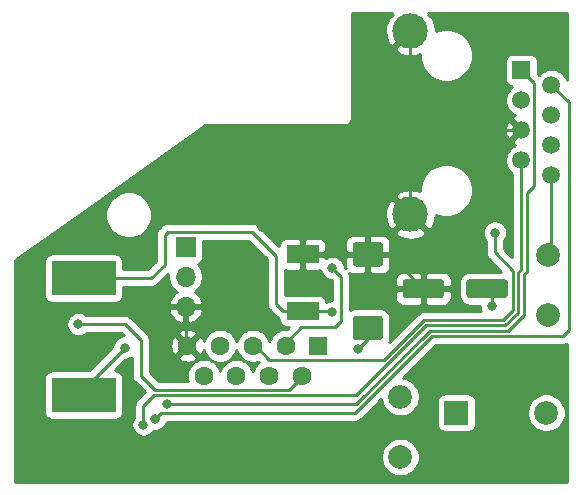
<source format=gtl>
%TF.GenerationSoftware,KiCad,Pcbnew,5.1.9*%
%TF.CreationDate,2021-02-24T23:37:06+01:00*%
%TF.ProjectId,qr_reader,71725f72-6561-4646-9572-2e6b69636164,rev?*%
%TF.SameCoordinates,Original*%
%TF.FileFunction,Copper,L1,Top*%
%TF.FilePolarity,Positive*%
%FSLAX46Y46*%
G04 Gerber Fmt 4.6, Leading zero omitted, Abs format (unit mm)*
G04 Created by KiCad (PCBNEW 5.1.9) date 2021-02-24 23:37:06*
%MOMM*%
%LPD*%
G01*
G04 APERTURE LIST*
%TA.AperFunction,SMDPad,CuDef*%
%ADD10R,5.400000X2.900000*%
%TD*%
%TA.AperFunction,ComponentPad*%
%ADD11C,1.600000*%
%TD*%
%TA.AperFunction,ComponentPad*%
%ADD12R,1.600000X1.600000*%
%TD*%
%TA.AperFunction,ComponentPad*%
%ADD13C,1.500000*%
%TD*%
%TA.AperFunction,ComponentPad*%
%ADD14C,3.000000*%
%TD*%
%TA.AperFunction,ComponentPad*%
%ADD15R,1.500000X1.500000*%
%TD*%
%TA.AperFunction,ComponentPad*%
%ADD16C,2.000000*%
%TD*%
%TA.AperFunction,SMDPad,CuDef*%
%ADD17R,2.700000X1.500000*%
%TD*%
%TA.AperFunction,ComponentPad*%
%ADD18R,1.700000X1.700000*%
%TD*%
%TA.AperFunction,ComponentPad*%
%ADD19O,1.700000X1.700000*%
%TD*%
%TA.AperFunction,ComponentPad*%
%ADD20R,2.000000X2.000000*%
%TD*%
%TA.AperFunction,ViaPad*%
%ADD21C,0.800000*%
%TD*%
%TA.AperFunction,Conductor*%
%ADD22C,0.250000*%
%TD*%
%TA.AperFunction,Conductor*%
%ADD23C,0.254000*%
%TD*%
%TA.AperFunction,Conductor*%
%ADD24C,0.100000*%
%TD*%
G04 APERTURE END LIST*
D10*
%TO.P,L1,2*%
%TO.N,Net-(C2-Pad1)*%
X122936000Y-56004000D03*
%TO.P,L1,1*%
%TO.N,Net-(D3-Pad1)*%
X122936000Y-46104000D03*
%TD*%
D11*
%TO.P,J2,9*%
%TO.N,Net-(J2-Pad9)*%
X133105000Y-54356000D03*
%TO.P,J2,8*%
%TO.N,Net-(J2-Pad8)*%
X135875000Y-54356000D03*
%TO.P,J2,7*%
%TO.N,Net-(J2-Pad7)*%
X138645000Y-54356000D03*
%TO.P,J2,6*%
%TO.N,+5V*%
X141415000Y-54356000D03*
%TO.P,J2,5*%
%TO.N,GND*%
X131720000Y-51816000D03*
%TO.P,J2,4*%
%TO.N,Net-(J2-Pad4)*%
X134490000Y-51816000D03*
%TO.P,J2,3*%
%TO.N,Net-(J1-Pad3)*%
X137260000Y-51816000D03*
%TO.P,J2,2*%
%TO.N,Net-(J1-Pad6)*%
X140030000Y-51816000D03*
D12*
%TO.P,J2,1*%
%TO.N,Net-(J2-Pad1)*%
X142800000Y-51816000D03*
%TD*%
D13*
%TO.P,J1,6*%
%TO.N,Net-(J1-Pad6)*%
X162540000Y-34850000D03*
%TO.P,J1,8*%
%TO.N,Net-(F1-Pad2)*%
X162540000Y-37390000D03*
D14*
%TO.P,J1,SH*%
%TO.N,GND*%
X150600000Y-25175000D03*
D13*
%TO.P,J1,2*%
%TO.N,Net-(J1-Pad2)*%
X162540000Y-29770000D03*
D15*
%TO.P,J1,1*%
%TO.N,Net-(J1-Pad1)*%
X160000000Y-28500000D03*
D13*
%TO.P,J1,7*%
%TO.N,Net-(J1-Pad7)*%
X160000000Y-36120000D03*
%TO.P,J1,4*%
%TO.N,GND*%
X162540000Y-32310000D03*
%TO.P,J1,5*%
X160000000Y-33580000D03*
%TO.P,J1,3*%
%TO.N,Net-(J1-Pad3)*%
X160000000Y-31040000D03*
D14*
%TO.P,J1,SH*%
%TO.N,GND*%
X150600000Y-40715000D03*
%TD*%
D16*
%TO.P,F2,2*%
%TO.N,Net-(C2-Pad1)*%
X149760000Y-56170000D03*
%TO.P,F2,1*%
%TO.N,+5V*%
X149750000Y-61250000D03*
%TD*%
%TO.P,F1,2*%
%TO.N,Net-(F1-Pad2)*%
X162260000Y-44170000D03*
%TO.P,F1,1*%
%TO.N,+12V*%
X162250000Y-49250000D03*
%TD*%
D17*
%TO.P,D3,2*%
%TO.N,GND*%
X141478000Y-44082000D03*
%TO.P,D3,1*%
%TO.N,Net-(D3-Pad1)*%
X141478000Y-48882000D03*
%TD*%
D18*
%TO.P,D1,1*%
%TO.N,Net-(D1-Pad1)*%
X131572000Y-43434000D03*
D19*
%TO.P,D1,2*%
%TO.N,Net-(D1-Pad2)*%
X131572000Y-45974000D03*
%TO.P,D1,3*%
%TO.N,GND*%
X131572000Y-48514000D03*
%TD*%
%TO.P,C2,2*%
%TO.N,GND*%
%TA.AperFunction,SMDPad,CuDef*%
G36*
G01*
X148025000Y-45125000D02*
X145975000Y-45125000D01*
G75*
G02*
X145725000Y-44875000I0J250000D01*
G01*
X145725000Y-43300000D01*
G75*
G02*
X145975000Y-43050000I250000J0D01*
G01*
X148025000Y-43050000D01*
G75*
G02*
X148275000Y-43300000I0J-250000D01*
G01*
X148275000Y-44875000D01*
G75*
G02*
X148025000Y-45125000I-250000J0D01*
G01*
G37*
%TD.AperFunction*%
%TO.P,C2,1*%
%TO.N,Net-(C2-Pad1)*%
%TA.AperFunction,SMDPad,CuDef*%
G36*
G01*
X148025000Y-51350000D02*
X145975000Y-51350000D01*
G75*
G02*
X145725000Y-51100000I0J250000D01*
G01*
X145725000Y-49525000D01*
G75*
G02*
X145975000Y-49275000I250000J0D01*
G01*
X148025000Y-49275000D01*
G75*
G02*
X148275000Y-49525000I0J-250000D01*
G01*
X148275000Y-51100000D01*
G75*
G02*
X148025000Y-51350000I-250000J0D01*
G01*
G37*
%TD.AperFunction*%
%TD*%
%TO.P,C1,2*%
%TO.N,GND*%
%TA.AperFunction,SMDPad,CuDef*%
G36*
G01*
X153450000Y-46450000D02*
X153450000Y-47550000D01*
G75*
G02*
X153200000Y-47800000I-250000J0D01*
G01*
X150200000Y-47800000D01*
G75*
G02*
X149950000Y-47550000I0J250000D01*
G01*
X149950000Y-46450000D01*
G75*
G02*
X150200000Y-46200000I250000J0D01*
G01*
X153200000Y-46200000D01*
G75*
G02*
X153450000Y-46450000I0J-250000D01*
G01*
G37*
%TD.AperFunction*%
%TO.P,C1,1*%
%TO.N,+12V*%
%TA.AperFunction,SMDPad,CuDef*%
G36*
G01*
X158850000Y-46450000D02*
X158850000Y-47550000D01*
G75*
G02*
X158600000Y-47800000I-250000J0D01*
G01*
X155600000Y-47800000D01*
G75*
G02*
X155350000Y-47550000I0J250000D01*
G01*
X155350000Y-46450000D01*
G75*
G02*
X155600000Y-46200000I250000J0D01*
G01*
X158600000Y-46200000D01*
G75*
G02*
X158850000Y-46450000I0J-250000D01*
G01*
G37*
%TD.AperFunction*%
%TD*%
D16*
%TO.P,BZ1,2*%
%TO.N,Net-(BZ1-Pad2)*%
X162100000Y-57500000D03*
D20*
%TO.P,BZ1,1*%
%TO.N,+12V*%
X154500000Y-57500000D03*
%TD*%
D21*
%TO.N,GND*%
X139000000Y-34750000D03*
X141000000Y-38000000D03*
X141000000Y-36250000D03*
X137000000Y-38000000D03*
X137000000Y-36500000D03*
X134250000Y-36500000D03*
X134250000Y-39250000D03*
X134750000Y-41000000D03*
X138000000Y-41750000D03*
X140750000Y-41750000D03*
X143750000Y-41750000D03*
X143750000Y-39000000D03*
X143750000Y-36250000D03*
X143750000Y-34000000D03*
X140750000Y-34000000D03*
X137000000Y-34000000D03*
X134250000Y-34000000D03*
%TO.N,+12V*%
X157500000Y-48500000D03*
%TO.N,Net-(C2-Pad1)*%
X146125000Y-52125000D03*
X126411000Y-51989000D03*
%TO.N,Net-(D3-Pad1)*%
X144000000Y-49000000D03*
%TO.N,+5V*%
X122500000Y-50000000D03*
%TO.N,Net-(J1-Pad6)*%
X144000000Y-45250000D03*
%TO.N,Net-(J1-Pad2)*%
X129000000Y-58000000D03*
%TO.N,Net-(J1-Pad1)*%
X130000000Y-56750000D03*
%TO.N,Net-(J1-Pad7)*%
X128000000Y-58500000D03*
%TO.N,Net-(J1-Pad3)*%
X157750000Y-42250000D03*
%TD*%
D22*
%TO.N,+12V*%
X157500000Y-47400000D02*
X157100000Y-47000000D01*
X157500000Y-48500000D02*
X157500000Y-47400000D01*
%TO.N,GND*%
X150600000Y-40715000D02*
X150600000Y-25175000D01*
X148787500Y-44087500D02*
X151700000Y-47000000D01*
X147000000Y-44087500D02*
X148787500Y-44087500D01*
X160000000Y-33580000D02*
X158420000Y-33580000D01*
X158420000Y-33580000D02*
X156000000Y-36000000D01*
X156000000Y-36000000D02*
X156000000Y-40000000D01*
X151700000Y-44300000D02*
X151700000Y-47000000D01*
X156000000Y-40000000D02*
X151700000Y-44300000D01*
X146994500Y-44082000D02*
X147000000Y-44087500D01*
X141478000Y-44082000D02*
X146994500Y-44082000D01*
X131572000Y-51668000D02*
X131720000Y-51816000D01*
X131572000Y-48514000D02*
X131572000Y-51668000D01*
%TO.N,Net-(C2-Pad1)*%
X147000000Y-51250000D02*
X146125000Y-52125000D01*
X147000000Y-50312500D02*
X147000000Y-51250000D01*
X122936000Y-55464000D02*
X126411000Y-51989000D01*
X122936000Y-56004000D02*
X122936000Y-55464000D01*
%TO.N,Net-(D3-Pad1)*%
X122936000Y-46104000D02*
X128648000Y-46104000D01*
X128648000Y-46104000D02*
X129794000Y-44958000D01*
X129794000Y-44958000D02*
X129794000Y-42418000D01*
X129794000Y-42418000D02*
X130048000Y-42164000D01*
X130048000Y-42164000D02*
X137160000Y-42164000D01*
X137160000Y-42164000D02*
X139192000Y-44196000D01*
X139192000Y-44196000D02*
X139192000Y-48260000D01*
X139814000Y-48882000D02*
X141478000Y-48882000D01*
X139192000Y-48260000D02*
X139814000Y-48882000D01*
X143882000Y-48882000D02*
X144000000Y-49000000D01*
X141478000Y-48882000D02*
X143882000Y-48882000D01*
%TO.N,Net-(F1-Pad2)*%
X162540000Y-43890000D02*
X162260000Y-44170000D01*
X162540000Y-37390000D02*
X162540000Y-43890000D01*
%TO.N,+5V*%
X141415000Y-54440000D02*
X140289999Y-55565001D01*
X140289999Y-55565001D02*
X128971001Y-55565001D01*
X128971001Y-55565001D02*
X127762000Y-54356000D01*
X127762000Y-54356000D02*
X127762000Y-51308000D01*
X126454000Y-50000000D02*
X122500000Y-50000000D01*
X127762000Y-51308000D02*
X126454000Y-50000000D01*
%TO.N,Net-(J1-Pad6)*%
X140030000Y-51600000D02*
X140240002Y-51600000D01*
X140030000Y-51600000D02*
X141380000Y-50250000D01*
X141380000Y-50250000D02*
X144250000Y-50250000D01*
X144725001Y-49774999D02*
X144725001Y-45975001D01*
X144250000Y-50250000D02*
X144725001Y-49774999D01*
X144725001Y-45975001D02*
X144000000Y-45250000D01*
X144000000Y-45250000D02*
X144000000Y-45250000D01*
%TO.N,Net-(J1-Pad2)*%
X152414998Y-51000000D02*
X145914998Y-57500000D01*
X163500000Y-51000000D02*
X152414998Y-51000000D01*
X164000000Y-50500000D02*
X163500000Y-51000000D01*
X164000000Y-31230000D02*
X164000000Y-50500000D01*
X162540000Y-29770000D02*
X164000000Y-31230000D01*
X130000000Y-57500000D02*
X129500000Y-57500000D01*
X145914998Y-57500000D02*
X130000000Y-57500000D01*
X129000000Y-58000000D02*
X129500000Y-57500000D01*
%TO.N,Net-(J1-Pad1)*%
X160500000Y-38900002D02*
X161075001Y-38325001D01*
X160184999Y-45815001D02*
X160500000Y-45500000D01*
X160184999Y-49201411D02*
X160184999Y-45815001D01*
X161075001Y-38325001D02*
X161075001Y-29575001D01*
X158836420Y-50549990D02*
X160184999Y-49201411D01*
X161075001Y-29575001D02*
X160000000Y-28500000D01*
X152228598Y-50549990D02*
X158836420Y-50549990D01*
X146028588Y-56750000D02*
X152228598Y-50549990D01*
X160500000Y-45500000D02*
X160500000Y-38900002D01*
X130000000Y-56750000D02*
X146028588Y-56750000D01*
%TO.N,Net-(J1-Pad7)*%
X128000000Y-56926998D02*
X128000000Y-58500000D01*
X128911987Y-56015011D02*
X128000000Y-56926998D01*
X151930042Y-50099980D02*
X146015011Y-56015011D01*
X158650020Y-50099980D02*
X151930042Y-50099980D01*
X146015011Y-56015011D02*
X128911987Y-56015011D01*
X159734989Y-49015011D02*
X158650020Y-50099980D01*
X159734989Y-45628601D02*
X159734989Y-49015011D01*
X160000000Y-45363590D02*
X159734989Y-45628601D01*
X160000000Y-36120000D02*
X160000000Y-45363590D01*
%TO.N,Net-(J1-Pad3)*%
X138660000Y-53000000D02*
X137260000Y-51600000D01*
X148393612Y-53000000D02*
X138660000Y-53000000D01*
X151743642Y-49649970D02*
X148393612Y-53000000D01*
X158463620Y-49649970D02*
X151743642Y-49649970D01*
X159284979Y-48828611D02*
X158463620Y-49649970D01*
X159284979Y-45465021D02*
X159284979Y-48828611D01*
X157750000Y-43930042D02*
X159284979Y-45465021D01*
X157750000Y-42250000D02*
X157750000Y-42250000D01*
X157750000Y-42250000D02*
X157750000Y-43930042D01*
%TD*%
D23*
%TO.N,GND*%
X148993653Y-23748261D02*
X149108345Y-23862953D01*
X148792786Y-24018962D01*
X148601980Y-24393745D01*
X148487956Y-24798551D01*
X148455098Y-25217824D01*
X148504666Y-25635451D01*
X148634757Y-26035383D01*
X148792786Y-26331038D01*
X149108347Y-26487048D01*
X150420395Y-25175000D01*
X150406253Y-25160858D01*
X150585858Y-24981253D01*
X150600000Y-24995395D01*
X150614143Y-24981253D01*
X150793748Y-25160858D01*
X150779605Y-25175000D01*
X150793748Y-25189143D01*
X150614143Y-25368748D01*
X150600000Y-25354605D01*
X149287952Y-26666653D01*
X149443962Y-26982214D01*
X149818745Y-27173020D01*
X150223551Y-27287044D01*
X150642824Y-27319902D01*
X151060451Y-27270334D01*
X151390000Y-27163137D01*
X151390000Y-27452591D01*
X151476851Y-27889218D01*
X151647214Y-28300511D01*
X151894544Y-28670666D01*
X152209334Y-28985456D01*
X152579489Y-29232786D01*
X152990782Y-29403149D01*
X153427409Y-29490000D01*
X153872591Y-29490000D01*
X154309218Y-29403149D01*
X154720511Y-29232786D01*
X155090666Y-28985456D01*
X155405456Y-28670666D01*
X155652786Y-28300511D01*
X155823149Y-27889218D01*
X155910000Y-27452591D01*
X155910000Y-27007409D01*
X155823149Y-26570782D01*
X155652786Y-26159489D01*
X155405456Y-25789334D01*
X155090666Y-25474544D01*
X154720511Y-25227214D01*
X154309218Y-25056851D01*
X153872591Y-24970000D01*
X153427409Y-24970000D01*
X152990782Y-25056851D01*
X152742754Y-25159588D01*
X152744902Y-25132176D01*
X152695334Y-24714549D01*
X152565243Y-24314617D01*
X152407214Y-24018962D01*
X152091655Y-23862953D01*
X152206347Y-23748261D01*
X152118086Y-23660000D01*
X163840001Y-23660000D01*
X163840000Y-24532418D01*
X163840001Y-24532428D01*
X163840001Y-29289301D01*
X163767371Y-29113957D01*
X163615799Y-28887114D01*
X163422886Y-28694201D01*
X163196043Y-28542629D01*
X162943989Y-28438225D01*
X162676411Y-28385000D01*
X162403589Y-28385000D01*
X162136011Y-28438225D01*
X161883957Y-28542629D01*
X161657114Y-28694201D01*
X161464201Y-28887114D01*
X161463286Y-28888484D01*
X161388072Y-28813270D01*
X161388072Y-27750000D01*
X161375812Y-27625518D01*
X161339502Y-27505820D01*
X161280537Y-27395506D01*
X161201185Y-27298815D01*
X161104494Y-27219463D01*
X160994180Y-27160498D01*
X160874482Y-27124188D01*
X160750000Y-27111928D01*
X159250000Y-27111928D01*
X159125518Y-27124188D01*
X159005820Y-27160498D01*
X158895506Y-27219463D01*
X158798815Y-27298815D01*
X158719463Y-27395506D01*
X158660498Y-27505820D01*
X158624188Y-27625518D01*
X158611928Y-27750000D01*
X158611928Y-29250000D01*
X158624188Y-29374482D01*
X158660498Y-29494180D01*
X158719463Y-29604494D01*
X158798815Y-29701185D01*
X158895506Y-29780537D01*
X159005820Y-29839502D01*
X159125518Y-29875812D01*
X159233483Y-29886445D01*
X159117114Y-29964201D01*
X158924201Y-30157114D01*
X158772629Y-30383957D01*
X158668225Y-30636011D01*
X158615000Y-30903589D01*
X158615000Y-31176411D01*
X158668225Y-31443989D01*
X158772629Y-31696043D01*
X158924201Y-31922886D01*
X159117114Y-32115799D01*
X159343957Y-32267371D01*
X159443279Y-32308511D01*
X159401168Y-32323723D01*
X159288137Y-32384140D01*
X159222612Y-32623007D01*
X160000000Y-33400395D01*
X160014143Y-33386253D01*
X160193748Y-33565858D01*
X160179605Y-33580000D01*
X160193748Y-33594143D01*
X160014143Y-33773748D01*
X160000000Y-33759605D01*
X159222612Y-34536993D01*
X159288137Y-34775860D01*
X159446477Y-34850164D01*
X159343957Y-34892629D01*
X159117114Y-35044201D01*
X158924201Y-35237114D01*
X158772629Y-35463957D01*
X158668225Y-35716011D01*
X158615000Y-35983589D01*
X158615000Y-36256411D01*
X158668225Y-36523989D01*
X158772629Y-36776043D01*
X158924201Y-37002886D01*
X159117114Y-37195799D01*
X159240000Y-37277909D01*
X159240001Y-44345241D01*
X158510000Y-43615241D01*
X158510000Y-42953711D01*
X158553937Y-42909774D01*
X158667205Y-42740256D01*
X158745226Y-42551898D01*
X158785000Y-42351939D01*
X158785000Y-42148061D01*
X158745226Y-41948102D01*
X158667205Y-41759744D01*
X158553937Y-41590226D01*
X158409774Y-41446063D01*
X158240256Y-41332795D01*
X158051898Y-41254774D01*
X157851939Y-41215000D01*
X157648061Y-41215000D01*
X157448102Y-41254774D01*
X157259744Y-41332795D01*
X157090226Y-41446063D01*
X156946063Y-41590226D01*
X156832795Y-41759744D01*
X156754774Y-41948102D01*
X156715000Y-42148061D01*
X156715000Y-42351939D01*
X156754774Y-42551898D01*
X156832795Y-42740256D01*
X156946063Y-42909774D01*
X156990000Y-42953711D01*
X156990001Y-43892710D01*
X156986324Y-43930042D01*
X157000998Y-44079027D01*
X157044454Y-44222288D01*
X157115026Y-44354318D01*
X157177138Y-44430001D01*
X157210000Y-44470043D01*
X157238998Y-44493841D01*
X158307084Y-45561928D01*
X155600000Y-45561928D01*
X155426746Y-45578992D01*
X155260150Y-45629528D01*
X155106614Y-45711595D01*
X154972038Y-45822038D01*
X154861595Y-45956614D01*
X154779528Y-46110150D01*
X154728992Y-46276746D01*
X154711928Y-46450000D01*
X154711928Y-47550000D01*
X154728992Y-47723254D01*
X154779528Y-47889850D01*
X154861595Y-48043386D01*
X154972038Y-48177962D01*
X155106614Y-48288405D01*
X155260150Y-48370472D01*
X155426746Y-48421008D01*
X155600000Y-48438072D01*
X156465000Y-48438072D01*
X156465000Y-48601939D01*
X156504774Y-48801898D01*
X156541255Y-48889970D01*
X151780965Y-48889970D01*
X151743642Y-48886294D01*
X151706319Y-48889970D01*
X151706309Y-48889970D01*
X151594656Y-48900967D01*
X151451395Y-48944424D01*
X151319366Y-49014996D01*
X151203641Y-49109969D01*
X151179843Y-49138967D01*
X148807017Y-51511793D01*
X148845472Y-51439850D01*
X148896008Y-51273254D01*
X148913072Y-51100000D01*
X148913072Y-49525000D01*
X148896008Y-49351746D01*
X148845472Y-49185150D01*
X148763405Y-49031614D01*
X148652962Y-48897038D01*
X148518386Y-48786595D01*
X148364850Y-48704528D01*
X148198254Y-48653992D01*
X148025000Y-48636928D01*
X145975000Y-48636928D01*
X145801746Y-48653992D01*
X145635150Y-48704528D01*
X145485001Y-48784785D01*
X145485001Y-47800000D01*
X149311928Y-47800000D01*
X149324188Y-47924482D01*
X149360498Y-48044180D01*
X149419463Y-48154494D01*
X149498815Y-48251185D01*
X149595506Y-48330537D01*
X149705820Y-48389502D01*
X149825518Y-48425812D01*
X149950000Y-48438072D01*
X151414250Y-48435000D01*
X151573000Y-48276250D01*
X151573000Y-47127000D01*
X151827000Y-47127000D01*
X151827000Y-48276250D01*
X151985750Y-48435000D01*
X153450000Y-48438072D01*
X153574482Y-48425812D01*
X153694180Y-48389502D01*
X153804494Y-48330537D01*
X153901185Y-48251185D01*
X153980537Y-48154494D01*
X154039502Y-48044180D01*
X154075812Y-47924482D01*
X154088072Y-47800000D01*
X154085000Y-47285750D01*
X153926250Y-47127000D01*
X151827000Y-47127000D01*
X151573000Y-47127000D01*
X149473750Y-47127000D01*
X149315000Y-47285750D01*
X149311928Y-47800000D01*
X145485001Y-47800000D01*
X145485001Y-46200000D01*
X149311928Y-46200000D01*
X149315000Y-46714250D01*
X149473750Y-46873000D01*
X151573000Y-46873000D01*
X151573000Y-45723750D01*
X151827000Y-45723750D01*
X151827000Y-46873000D01*
X153926250Y-46873000D01*
X154085000Y-46714250D01*
X154088072Y-46200000D01*
X154075812Y-46075518D01*
X154039502Y-45955820D01*
X153980537Y-45845506D01*
X153901185Y-45748815D01*
X153804494Y-45669463D01*
X153694180Y-45610498D01*
X153574482Y-45574188D01*
X153450000Y-45561928D01*
X151985750Y-45565000D01*
X151827000Y-45723750D01*
X151573000Y-45723750D01*
X151414250Y-45565000D01*
X149950000Y-45561928D01*
X149825518Y-45574188D01*
X149705820Y-45610498D01*
X149595506Y-45669463D01*
X149498815Y-45748815D01*
X149419463Y-45845506D01*
X149360498Y-45955820D01*
X149324188Y-46075518D01*
X149311928Y-46200000D01*
X145485001Y-46200000D01*
X145485001Y-46012323D01*
X145488677Y-45975000D01*
X145485001Y-45937677D01*
X145485001Y-45937668D01*
X145474004Y-45826015D01*
X145432312Y-45688574D01*
X145480820Y-45714502D01*
X145600518Y-45750812D01*
X145725000Y-45763072D01*
X146714250Y-45760000D01*
X146873000Y-45601250D01*
X146873000Y-44214500D01*
X147127000Y-44214500D01*
X147127000Y-45601250D01*
X147285750Y-45760000D01*
X148275000Y-45763072D01*
X148399482Y-45750812D01*
X148519180Y-45714502D01*
X148629494Y-45655537D01*
X148726185Y-45576185D01*
X148805537Y-45479494D01*
X148864502Y-45369180D01*
X148900812Y-45249482D01*
X148913072Y-45125000D01*
X148910000Y-44373250D01*
X148751250Y-44214500D01*
X147127000Y-44214500D01*
X146873000Y-44214500D01*
X145248750Y-44214500D01*
X145090000Y-44373250D01*
X145086928Y-45125000D01*
X145099188Y-45249482D01*
X145110032Y-45285230D01*
X145035000Y-45210198D01*
X145035000Y-45148061D01*
X144995226Y-44948102D01*
X144917205Y-44759744D01*
X144803937Y-44590226D01*
X144659774Y-44446063D01*
X144490256Y-44332795D01*
X144301898Y-44254774D01*
X144101939Y-44215000D01*
X143898061Y-44215000D01*
X143698102Y-44254774D01*
X143509744Y-44332795D01*
X143460769Y-44365519D01*
X143304250Y-44209000D01*
X141605000Y-44209000D01*
X141605000Y-45308250D01*
X141763750Y-45467000D01*
X142828000Y-45470072D01*
X142952482Y-45457812D01*
X142984149Y-45448206D01*
X143004774Y-45551898D01*
X143082795Y-45740256D01*
X143196063Y-45909774D01*
X143340226Y-46053937D01*
X143509744Y-46167205D01*
X143698102Y-46245226D01*
X143898061Y-46285000D01*
X143960198Y-46285000D01*
X143965002Y-46289804D01*
X143965001Y-47965000D01*
X143898061Y-47965000D01*
X143698102Y-48004774D01*
X143509744Y-48082795D01*
X143464222Y-48113212D01*
X143453812Y-48007518D01*
X143417502Y-47887820D01*
X143358537Y-47777506D01*
X143279185Y-47680815D01*
X143182494Y-47601463D01*
X143072180Y-47542498D01*
X142952482Y-47506188D01*
X142828000Y-47493928D01*
X140128000Y-47493928D01*
X140003518Y-47506188D01*
X139952000Y-47521816D01*
X139952000Y-45442184D01*
X140003518Y-45457812D01*
X140128000Y-45470072D01*
X141192250Y-45467000D01*
X141351000Y-45308250D01*
X141351000Y-44209000D01*
X141331000Y-44209000D01*
X141331000Y-43955000D01*
X141351000Y-43955000D01*
X141351000Y-42855750D01*
X141605000Y-42855750D01*
X141605000Y-43955000D01*
X143304250Y-43955000D01*
X143463000Y-43796250D01*
X143466072Y-43332000D01*
X143453812Y-43207518D01*
X143417502Y-43087820D01*
X143397287Y-43050000D01*
X145086928Y-43050000D01*
X145090000Y-43801750D01*
X145248750Y-43960500D01*
X146873000Y-43960500D01*
X146873000Y-42573750D01*
X147127000Y-42573750D01*
X147127000Y-43960500D01*
X148751250Y-43960500D01*
X148910000Y-43801750D01*
X148913072Y-43050000D01*
X148900812Y-42925518D01*
X148864502Y-42805820D01*
X148805537Y-42695506D01*
X148726185Y-42598815D01*
X148629494Y-42519463D01*
X148519180Y-42460498D01*
X148399482Y-42424188D01*
X148275000Y-42411928D01*
X147285750Y-42415000D01*
X147127000Y-42573750D01*
X146873000Y-42573750D01*
X146714250Y-42415000D01*
X145725000Y-42411928D01*
X145600518Y-42424188D01*
X145480820Y-42460498D01*
X145370506Y-42519463D01*
X145273815Y-42598815D01*
X145194463Y-42695506D01*
X145135498Y-42805820D01*
X145099188Y-42925518D01*
X145086928Y-43050000D01*
X143397287Y-43050000D01*
X143358537Y-42977506D01*
X143279185Y-42880815D01*
X143182494Y-42801463D01*
X143072180Y-42742498D01*
X142952482Y-42706188D01*
X142828000Y-42693928D01*
X141763750Y-42697000D01*
X141605000Y-42855750D01*
X141351000Y-42855750D01*
X141192250Y-42697000D01*
X140128000Y-42693928D01*
X140003518Y-42706188D01*
X139883820Y-42742498D01*
X139773506Y-42801463D01*
X139676815Y-42880815D01*
X139597463Y-42977506D01*
X139538498Y-43087820D01*
X139502188Y-43207518D01*
X139489928Y-43332000D01*
X139490508Y-43419706D01*
X138277455Y-42206653D01*
X149287952Y-42206653D01*
X149443962Y-42522214D01*
X149818745Y-42713020D01*
X150223551Y-42827044D01*
X150642824Y-42859902D01*
X151060451Y-42810334D01*
X151460383Y-42680243D01*
X151756038Y-42522214D01*
X151912048Y-42206653D01*
X150600000Y-40894605D01*
X149287952Y-42206653D01*
X138277455Y-42206653D01*
X137723804Y-41653003D01*
X137700001Y-41623999D01*
X137584276Y-41529026D01*
X137452247Y-41458454D01*
X137308986Y-41414997D01*
X137197333Y-41404000D01*
X137197322Y-41404000D01*
X137160000Y-41400324D01*
X137122678Y-41404000D01*
X130085322Y-41404000D01*
X130047999Y-41400324D01*
X130010676Y-41404000D01*
X130010667Y-41404000D01*
X129899014Y-41414997D01*
X129755753Y-41458454D01*
X129623724Y-41529026D01*
X129507999Y-41623999D01*
X129484196Y-41653003D01*
X129282998Y-41854201D01*
X129254000Y-41877999D01*
X129230202Y-41906997D01*
X129230201Y-41906998D01*
X129159026Y-41993724D01*
X129088454Y-42125754D01*
X129063915Y-42206653D01*
X129044998Y-42269014D01*
X129034001Y-42380667D01*
X129030324Y-42418000D01*
X129034001Y-42455332D01*
X129034000Y-44643198D01*
X128333199Y-45344000D01*
X126274072Y-45344000D01*
X126274072Y-44654000D01*
X126261812Y-44529518D01*
X126225502Y-44409820D01*
X126166537Y-44299506D01*
X126087185Y-44202815D01*
X125990494Y-44123463D01*
X125880180Y-44064498D01*
X125760482Y-44028188D01*
X125636000Y-44015928D01*
X120236000Y-44015928D01*
X120111518Y-44028188D01*
X119991820Y-44064498D01*
X119881506Y-44123463D01*
X119784815Y-44202815D01*
X119705463Y-44299506D01*
X119646498Y-44409820D01*
X119610188Y-44529518D01*
X119597928Y-44654000D01*
X119597928Y-47554000D01*
X119610188Y-47678482D01*
X119646498Y-47798180D01*
X119705463Y-47908494D01*
X119784815Y-48005185D01*
X119881506Y-48084537D01*
X119991820Y-48143502D01*
X120111518Y-48179812D01*
X120236000Y-48192072D01*
X125636000Y-48192072D01*
X125760482Y-48179812D01*
X125880180Y-48143502D01*
X125990494Y-48084537D01*
X126087185Y-48005185D01*
X126166537Y-47908494D01*
X126225502Y-47798180D01*
X126261812Y-47678482D01*
X126274072Y-47554000D01*
X126274072Y-46864000D01*
X128610678Y-46864000D01*
X128648000Y-46867676D01*
X128685322Y-46864000D01*
X128685333Y-46864000D01*
X128796986Y-46853003D01*
X128940247Y-46809546D01*
X129072276Y-46738974D01*
X129188001Y-46644001D01*
X129211804Y-46614998D01*
X130108836Y-45717966D01*
X130087000Y-45827740D01*
X130087000Y-46120260D01*
X130144068Y-46407158D01*
X130256010Y-46677411D01*
X130418525Y-46920632D01*
X130625368Y-47127475D01*
X130807534Y-47249195D01*
X130690645Y-47318822D01*
X130474412Y-47513731D01*
X130300359Y-47747080D01*
X130175175Y-48009901D01*
X130130524Y-48157110D01*
X130251845Y-48387000D01*
X131445000Y-48387000D01*
X131445000Y-48367000D01*
X131699000Y-48367000D01*
X131699000Y-48387000D01*
X132892155Y-48387000D01*
X133013476Y-48157110D01*
X132968825Y-48009901D01*
X132843641Y-47747080D01*
X132669588Y-47513731D01*
X132453355Y-47318822D01*
X132336466Y-47249195D01*
X132518632Y-47127475D01*
X132725475Y-46920632D01*
X132887990Y-46677411D01*
X132999932Y-46407158D01*
X133057000Y-46120260D01*
X133057000Y-45827740D01*
X132999932Y-45540842D01*
X132887990Y-45270589D01*
X132725475Y-45027368D01*
X132593620Y-44895513D01*
X132666180Y-44873502D01*
X132776494Y-44814537D01*
X132873185Y-44735185D01*
X132952537Y-44638494D01*
X133011502Y-44528180D01*
X133047812Y-44408482D01*
X133060072Y-44284000D01*
X133060072Y-42924000D01*
X136845199Y-42924000D01*
X138432000Y-44510802D01*
X138432001Y-48222668D01*
X138428324Y-48260000D01*
X138442998Y-48408985D01*
X138486454Y-48552246D01*
X138557026Y-48684276D01*
X138597025Y-48733014D01*
X138652000Y-48800001D01*
X138680998Y-48823799D01*
X139250200Y-49393002D01*
X139273999Y-49422001D01*
X139389724Y-49516974D01*
X139489928Y-49570535D01*
X139489928Y-49632000D01*
X139502188Y-49756482D01*
X139538498Y-49876180D01*
X139597463Y-49986494D01*
X139676815Y-50083185D01*
X139773506Y-50162537D01*
X139883820Y-50221502D01*
X140003518Y-50257812D01*
X140128000Y-50270072D01*
X140285126Y-50270072D01*
X140173723Y-50381475D01*
X140171335Y-50381000D01*
X139888665Y-50381000D01*
X139611426Y-50436147D01*
X139350273Y-50544320D01*
X139115241Y-50701363D01*
X138915363Y-50901241D01*
X138758320Y-51136273D01*
X138650147Y-51397426D01*
X138645000Y-51423301D01*
X138639853Y-51397426D01*
X138531680Y-51136273D01*
X138374637Y-50901241D01*
X138174759Y-50701363D01*
X137939727Y-50544320D01*
X137678574Y-50436147D01*
X137401335Y-50381000D01*
X137118665Y-50381000D01*
X136841426Y-50436147D01*
X136580273Y-50544320D01*
X136345241Y-50701363D01*
X136145363Y-50901241D01*
X135988320Y-51136273D01*
X135880147Y-51397426D01*
X135875000Y-51423301D01*
X135869853Y-51397426D01*
X135761680Y-51136273D01*
X135604637Y-50901241D01*
X135404759Y-50701363D01*
X135169727Y-50544320D01*
X134908574Y-50436147D01*
X134631335Y-50381000D01*
X134348665Y-50381000D01*
X134071426Y-50436147D01*
X133810273Y-50544320D01*
X133575241Y-50701363D01*
X133375363Y-50901241D01*
X133218320Y-51136273D01*
X133110147Y-51397426D01*
X133104487Y-51425882D01*
X133023603Y-51199708D01*
X132956671Y-51074486D01*
X132712702Y-51002903D01*
X131899605Y-51816000D01*
X132712702Y-52629097D01*
X132956671Y-52557514D01*
X133077571Y-52302004D01*
X133103212Y-52199711D01*
X133110147Y-52234574D01*
X133218320Y-52495727D01*
X133375363Y-52730759D01*
X133575241Y-52930637D01*
X133810273Y-53087680D01*
X134071426Y-53195853D01*
X134348665Y-53251000D01*
X134631335Y-53251000D01*
X134908574Y-53195853D01*
X135169727Y-53087680D01*
X135404759Y-52930637D01*
X135604637Y-52730759D01*
X135761680Y-52495727D01*
X135869853Y-52234574D01*
X135875000Y-52208699D01*
X135880147Y-52234574D01*
X135988320Y-52495727D01*
X136145363Y-52730759D01*
X136345241Y-52930637D01*
X136580273Y-53087680D01*
X136841426Y-53195853D01*
X137118665Y-53251000D01*
X137401335Y-53251000D01*
X137678574Y-53195853D01*
X137751036Y-53165838D01*
X137787981Y-53202783D01*
X137730241Y-53241363D01*
X137530363Y-53441241D01*
X137373320Y-53676273D01*
X137265147Y-53937426D01*
X137260000Y-53963301D01*
X137254853Y-53937426D01*
X137146680Y-53676273D01*
X136989637Y-53441241D01*
X136789759Y-53241363D01*
X136554727Y-53084320D01*
X136293574Y-52976147D01*
X136016335Y-52921000D01*
X135733665Y-52921000D01*
X135456426Y-52976147D01*
X135195273Y-53084320D01*
X134960241Y-53241363D01*
X134760363Y-53441241D01*
X134603320Y-53676273D01*
X134495147Y-53937426D01*
X134490000Y-53963301D01*
X134484853Y-53937426D01*
X134376680Y-53676273D01*
X134219637Y-53441241D01*
X134019759Y-53241363D01*
X133784727Y-53084320D01*
X133523574Y-52976147D01*
X133246335Y-52921000D01*
X132963665Y-52921000D01*
X132686426Y-52976147D01*
X132425273Y-53084320D01*
X132190241Y-53241363D01*
X131990363Y-53441241D01*
X131833320Y-53676273D01*
X131725147Y-53937426D01*
X131670000Y-54214665D01*
X131670000Y-54497335D01*
X131725147Y-54774574D01*
X131737750Y-54805001D01*
X129285803Y-54805001D01*
X128522000Y-54041199D01*
X128522000Y-52808702D01*
X130906903Y-52808702D01*
X130978486Y-53052671D01*
X131233996Y-53173571D01*
X131508184Y-53242300D01*
X131790512Y-53256217D01*
X132070130Y-53214787D01*
X132336292Y-53119603D01*
X132461514Y-53052671D01*
X132533097Y-52808702D01*
X131720000Y-51995605D01*
X130906903Y-52808702D01*
X128522000Y-52808702D01*
X128522000Y-51886512D01*
X130279783Y-51886512D01*
X130321213Y-52166130D01*
X130416397Y-52432292D01*
X130483329Y-52557514D01*
X130727298Y-52629097D01*
X131540395Y-51816000D01*
X130727298Y-51002903D01*
X130483329Y-51074486D01*
X130362429Y-51329996D01*
X130293700Y-51604184D01*
X130279783Y-51886512D01*
X128522000Y-51886512D01*
X128522000Y-51345322D01*
X128525676Y-51307999D01*
X128522000Y-51270676D01*
X128522000Y-51270667D01*
X128511003Y-51159014D01*
X128467546Y-51015753D01*
X128396974Y-50883724D01*
X128347384Y-50823298D01*
X130906903Y-50823298D01*
X131720000Y-51636395D01*
X132533097Y-50823298D01*
X132461514Y-50579329D01*
X132206004Y-50458429D01*
X131931816Y-50389700D01*
X131649488Y-50375783D01*
X131369870Y-50417213D01*
X131103708Y-50512397D01*
X130978486Y-50579329D01*
X130906903Y-50823298D01*
X128347384Y-50823298D01*
X128302001Y-50767999D01*
X128273003Y-50744201D01*
X127017804Y-49489003D01*
X126994001Y-49459999D01*
X126878276Y-49365026D01*
X126746247Y-49294454D01*
X126602986Y-49250997D01*
X126491333Y-49240000D01*
X126491322Y-49240000D01*
X126454000Y-49236324D01*
X126416678Y-49240000D01*
X123203711Y-49240000D01*
X123159774Y-49196063D01*
X122990256Y-49082795D01*
X122801898Y-49004774D01*
X122601939Y-48965000D01*
X122398061Y-48965000D01*
X122198102Y-49004774D01*
X122009744Y-49082795D01*
X121840226Y-49196063D01*
X121696063Y-49340226D01*
X121582795Y-49509744D01*
X121504774Y-49698102D01*
X121465000Y-49898061D01*
X121465000Y-50101939D01*
X121504774Y-50301898D01*
X121582795Y-50490256D01*
X121696063Y-50659774D01*
X121840226Y-50803937D01*
X122009744Y-50917205D01*
X122198102Y-50995226D01*
X122398061Y-51035000D01*
X122601939Y-51035000D01*
X122801898Y-50995226D01*
X122990256Y-50917205D01*
X123159774Y-50803937D01*
X123203711Y-50760000D01*
X126139199Y-50760000D01*
X126333199Y-50954000D01*
X126309061Y-50954000D01*
X126109102Y-50993774D01*
X125920744Y-51071795D01*
X125751226Y-51185063D01*
X125607063Y-51329226D01*
X125493795Y-51498744D01*
X125415774Y-51687102D01*
X125376000Y-51887061D01*
X125376000Y-51949198D01*
X123409271Y-53915928D01*
X120236000Y-53915928D01*
X120111518Y-53928188D01*
X119991820Y-53964498D01*
X119881506Y-54023463D01*
X119784815Y-54102815D01*
X119705463Y-54199506D01*
X119646498Y-54309820D01*
X119610188Y-54429518D01*
X119597928Y-54554000D01*
X119597928Y-57454000D01*
X119610188Y-57578482D01*
X119646498Y-57698180D01*
X119705463Y-57808494D01*
X119784815Y-57905185D01*
X119881506Y-57984537D01*
X119991820Y-58043502D01*
X120111518Y-58079812D01*
X120236000Y-58092072D01*
X125636000Y-58092072D01*
X125760482Y-58079812D01*
X125880180Y-58043502D01*
X125990494Y-57984537D01*
X126087185Y-57905185D01*
X126166537Y-57808494D01*
X126225502Y-57698180D01*
X126261812Y-57578482D01*
X126274072Y-57454000D01*
X126274072Y-54554000D01*
X126261812Y-54429518D01*
X126225502Y-54309820D01*
X126166537Y-54199506D01*
X126087185Y-54102815D01*
X125990494Y-54023463D01*
X125880180Y-53964498D01*
X125760482Y-53928188D01*
X125636000Y-53915928D01*
X125558874Y-53915928D01*
X126450802Y-53024000D01*
X126512939Y-53024000D01*
X126712898Y-52984226D01*
X126901256Y-52906205D01*
X127002000Y-52838890D01*
X127002000Y-54318677D01*
X126998324Y-54356000D01*
X127002000Y-54393322D01*
X127002000Y-54393332D01*
X127012997Y-54504985D01*
X127056454Y-54648246D01*
X127127026Y-54780276D01*
X127147318Y-54805001D01*
X127221999Y-54896001D01*
X127251003Y-54919804D01*
X128091697Y-55760499D01*
X127489002Y-56363195D01*
X127459999Y-56386997D01*
X127409852Y-56448102D01*
X127365026Y-56502722D01*
X127312487Y-56601015D01*
X127294454Y-56634752D01*
X127250997Y-56778013D01*
X127240000Y-56889666D01*
X127240000Y-56889676D01*
X127236324Y-56926998D01*
X127240000Y-56964321D01*
X127240001Y-57796288D01*
X127196063Y-57840226D01*
X127082795Y-58009744D01*
X127004774Y-58198102D01*
X126965000Y-58398061D01*
X126965000Y-58601939D01*
X127004774Y-58801898D01*
X127082795Y-58990256D01*
X127196063Y-59159774D01*
X127340226Y-59303937D01*
X127509744Y-59417205D01*
X127698102Y-59495226D01*
X127898061Y-59535000D01*
X128101939Y-59535000D01*
X128301898Y-59495226D01*
X128490256Y-59417205D01*
X128659774Y-59303937D01*
X128803937Y-59159774D01*
X128888570Y-59033112D01*
X128898061Y-59035000D01*
X129101939Y-59035000D01*
X129301898Y-58995226D01*
X129490256Y-58917205D01*
X129659774Y-58803937D01*
X129803937Y-58659774D01*
X129917205Y-58490256D01*
X129995226Y-58301898D01*
X130003560Y-58260000D01*
X145877676Y-58260000D01*
X145914998Y-58263676D01*
X145952320Y-58260000D01*
X145952331Y-58260000D01*
X146063984Y-58249003D01*
X146207245Y-58205546D01*
X146339274Y-58134974D01*
X146454999Y-58040001D01*
X146478802Y-58010997D01*
X148130602Y-56359197D01*
X148187832Y-56646912D01*
X148311082Y-56944463D01*
X148490013Y-57212252D01*
X148717748Y-57439987D01*
X148985537Y-57618918D01*
X149283088Y-57742168D01*
X149598967Y-57805000D01*
X149921033Y-57805000D01*
X150236912Y-57742168D01*
X150534463Y-57618918D01*
X150802252Y-57439987D01*
X151029987Y-57212252D01*
X151208918Y-56944463D01*
X151332168Y-56646912D01*
X151361390Y-56500000D01*
X152861928Y-56500000D01*
X152861928Y-58500000D01*
X152874188Y-58624482D01*
X152910498Y-58744180D01*
X152969463Y-58854494D01*
X153048815Y-58951185D01*
X153145506Y-59030537D01*
X153255820Y-59089502D01*
X153375518Y-59125812D01*
X153500000Y-59138072D01*
X155500000Y-59138072D01*
X155624482Y-59125812D01*
X155744180Y-59089502D01*
X155854494Y-59030537D01*
X155951185Y-58951185D01*
X156030537Y-58854494D01*
X156089502Y-58744180D01*
X156125812Y-58624482D01*
X156138072Y-58500000D01*
X156138072Y-57338967D01*
X160465000Y-57338967D01*
X160465000Y-57661033D01*
X160527832Y-57976912D01*
X160651082Y-58274463D01*
X160830013Y-58542252D01*
X161057748Y-58769987D01*
X161325537Y-58948918D01*
X161623088Y-59072168D01*
X161938967Y-59135000D01*
X162261033Y-59135000D01*
X162576912Y-59072168D01*
X162874463Y-58948918D01*
X163142252Y-58769987D01*
X163369987Y-58542252D01*
X163548918Y-58274463D01*
X163672168Y-57976912D01*
X163735000Y-57661033D01*
X163735000Y-57338967D01*
X163672168Y-57023088D01*
X163548918Y-56725537D01*
X163369987Y-56457748D01*
X163142252Y-56230013D01*
X162874463Y-56051082D01*
X162576912Y-55927832D01*
X162261033Y-55865000D01*
X161938967Y-55865000D01*
X161623088Y-55927832D01*
X161325537Y-56051082D01*
X161057748Y-56230013D01*
X160830013Y-56457748D01*
X160651082Y-56725537D01*
X160527832Y-57023088D01*
X160465000Y-57338967D01*
X156138072Y-57338967D01*
X156138072Y-56500000D01*
X156125812Y-56375518D01*
X156089502Y-56255820D01*
X156030537Y-56145506D01*
X155951185Y-56048815D01*
X155854494Y-55969463D01*
X155744180Y-55910498D01*
X155624482Y-55874188D01*
X155500000Y-55861928D01*
X153500000Y-55861928D01*
X153375518Y-55874188D01*
X153255820Y-55910498D01*
X153145506Y-55969463D01*
X153048815Y-56048815D01*
X152969463Y-56145506D01*
X152910498Y-56255820D01*
X152874188Y-56375518D01*
X152861928Y-56500000D01*
X151361390Y-56500000D01*
X151395000Y-56331033D01*
X151395000Y-56008967D01*
X151332168Y-55693088D01*
X151208918Y-55395537D01*
X151029987Y-55127748D01*
X150802252Y-54900013D01*
X150534463Y-54721082D01*
X150236912Y-54597832D01*
X149949197Y-54540602D01*
X152729800Y-51760000D01*
X163462678Y-51760000D01*
X163500000Y-51763676D01*
X163537322Y-51760000D01*
X163537333Y-51760000D01*
X163648986Y-51749003D01*
X163792247Y-51705546D01*
X163840000Y-51680021D01*
X163840000Y-63340000D01*
X117160000Y-63340000D01*
X117160000Y-61088967D01*
X148115000Y-61088967D01*
X148115000Y-61411033D01*
X148177832Y-61726912D01*
X148301082Y-62024463D01*
X148480013Y-62292252D01*
X148707748Y-62519987D01*
X148975537Y-62698918D01*
X149273088Y-62822168D01*
X149588967Y-62885000D01*
X149911033Y-62885000D01*
X150226912Y-62822168D01*
X150524463Y-62698918D01*
X150792252Y-62519987D01*
X151019987Y-62292252D01*
X151198918Y-62024463D01*
X151322168Y-61726912D01*
X151385000Y-61411033D01*
X151385000Y-61088967D01*
X151322168Y-60773088D01*
X151198918Y-60475537D01*
X151019987Y-60207748D01*
X150792252Y-59980013D01*
X150524463Y-59801082D01*
X150226912Y-59677832D01*
X149911033Y-59615000D01*
X149588967Y-59615000D01*
X149273088Y-59677832D01*
X148975537Y-59801082D01*
X148707748Y-59980013D01*
X148480013Y-60207748D01*
X148301082Y-60475537D01*
X148177832Y-60773088D01*
X148115000Y-61088967D01*
X117160000Y-61088967D01*
X117160000Y-48870890D01*
X130130524Y-48870890D01*
X130175175Y-49018099D01*
X130300359Y-49280920D01*
X130474412Y-49514269D01*
X130690645Y-49709178D01*
X130940748Y-49858157D01*
X131215109Y-49955481D01*
X131445000Y-49834814D01*
X131445000Y-48641000D01*
X131699000Y-48641000D01*
X131699000Y-49834814D01*
X131928891Y-49955481D01*
X132203252Y-49858157D01*
X132453355Y-49709178D01*
X132669588Y-49514269D01*
X132843641Y-49280920D01*
X132968825Y-49018099D01*
X133013476Y-48870890D01*
X132892155Y-48641000D01*
X131699000Y-48641000D01*
X131445000Y-48641000D01*
X130251845Y-48641000D01*
X130130524Y-48870890D01*
X117160000Y-48870890D01*
X117160000Y-44590246D01*
X122827225Y-40554495D01*
X124765000Y-40554495D01*
X124765000Y-40945505D01*
X124841282Y-41329003D01*
X124990915Y-41690250D01*
X125208149Y-42015364D01*
X125484636Y-42291851D01*
X125809750Y-42509085D01*
X126170997Y-42658718D01*
X126554495Y-42735000D01*
X126945505Y-42735000D01*
X127329003Y-42658718D01*
X127690250Y-42509085D01*
X128015364Y-42291851D01*
X128291851Y-42015364D01*
X128509085Y-41690250D01*
X128658718Y-41329003D01*
X128735000Y-40945505D01*
X128735000Y-40757824D01*
X148455098Y-40757824D01*
X148504666Y-41175451D01*
X148634757Y-41575383D01*
X148792786Y-41871038D01*
X149108347Y-42027048D01*
X150420395Y-40715000D01*
X149108347Y-39402952D01*
X148792786Y-39558962D01*
X148601980Y-39933745D01*
X148487956Y-40338551D01*
X148455098Y-40757824D01*
X128735000Y-40757824D01*
X128735000Y-40554495D01*
X128658718Y-40170997D01*
X128509085Y-39809750D01*
X128291851Y-39484636D01*
X128030562Y-39223347D01*
X149287952Y-39223347D01*
X150600000Y-40535395D01*
X150614143Y-40521253D01*
X150793748Y-40700858D01*
X150779605Y-40715000D01*
X152091653Y-42027048D01*
X152407214Y-41871038D01*
X152598020Y-41496255D01*
X152712044Y-41091449D01*
X152740414Y-40729443D01*
X152990782Y-40833149D01*
X153427409Y-40920000D01*
X153872591Y-40920000D01*
X154309218Y-40833149D01*
X154720511Y-40662786D01*
X155090666Y-40415456D01*
X155405456Y-40100666D01*
X155652786Y-39730511D01*
X155823149Y-39319218D01*
X155910000Y-38882591D01*
X155910000Y-38437409D01*
X155823149Y-38000782D01*
X155652786Y-37589489D01*
X155405456Y-37219334D01*
X155090666Y-36904544D01*
X154720511Y-36657214D01*
X154309218Y-36486851D01*
X153872591Y-36400000D01*
X153427409Y-36400000D01*
X152990782Y-36486851D01*
X152579489Y-36657214D01*
X152209334Y-36904544D01*
X151894544Y-37219334D01*
X151647214Y-37589489D01*
X151476851Y-38000782D01*
X151390000Y-38437409D01*
X151390000Y-38721432D01*
X151381255Y-38716980D01*
X150976449Y-38602956D01*
X150557176Y-38570098D01*
X150139549Y-38619666D01*
X149739617Y-38749757D01*
X149443962Y-38907786D01*
X149287952Y-39223347D01*
X128030562Y-39223347D01*
X128015364Y-39208149D01*
X127690250Y-38990915D01*
X127329003Y-38841282D01*
X126945505Y-38765000D01*
X126554495Y-38765000D01*
X126170997Y-38841282D01*
X125809750Y-38990915D01*
X125484636Y-39208149D01*
X125208149Y-39484636D01*
X124990915Y-39809750D01*
X124841282Y-40170997D01*
X124765000Y-40554495D01*
X122827225Y-40554495D01*
X132519400Y-33652492D01*
X158610188Y-33652492D01*
X158651035Y-33922238D01*
X158743723Y-34178832D01*
X158804140Y-34291863D01*
X159043007Y-34357388D01*
X159820395Y-33580000D01*
X159043007Y-32802612D01*
X158804140Y-32868137D01*
X158688240Y-33115116D01*
X158622750Y-33379960D01*
X158610188Y-33652492D01*
X132519400Y-33652492D01*
X133210985Y-33160000D01*
X144967581Y-33160000D01*
X145000000Y-33163193D01*
X145032419Y-33160000D01*
X145129383Y-33150450D01*
X145253793Y-33112710D01*
X145368450Y-33051425D01*
X145468948Y-32968948D01*
X145551425Y-32868450D01*
X145612710Y-32753793D01*
X145650450Y-32629383D01*
X145663193Y-32500000D01*
X145660000Y-32467581D01*
X145660000Y-23660000D01*
X149081914Y-23660000D01*
X148993653Y-23748261D01*
%TA.AperFunction,Conductor*%
D24*
G36*
X148993653Y-23748261D02*
G01*
X149108345Y-23862953D01*
X148792786Y-24018962D01*
X148601980Y-24393745D01*
X148487956Y-24798551D01*
X148455098Y-25217824D01*
X148504666Y-25635451D01*
X148634757Y-26035383D01*
X148792786Y-26331038D01*
X149108347Y-26487048D01*
X150420395Y-25175000D01*
X150406253Y-25160858D01*
X150585858Y-24981253D01*
X150600000Y-24995395D01*
X150614143Y-24981253D01*
X150793748Y-25160858D01*
X150779605Y-25175000D01*
X150793748Y-25189143D01*
X150614143Y-25368748D01*
X150600000Y-25354605D01*
X149287952Y-26666653D01*
X149443962Y-26982214D01*
X149818745Y-27173020D01*
X150223551Y-27287044D01*
X150642824Y-27319902D01*
X151060451Y-27270334D01*
X151390000Y-27163137D01*
X151390000Y-27452591D01*
X151476851Y-27889218D01*
X151647214Y-28300511D01*
X151894544Y-28670666D01*
X152209334Y-28985456D01*
X152579489Y-29232786D01*
X152990782Y-29403149D01*
X153427409Y-29490000D01*
X153872591Y-29490000D01*
X154309218Y-29403149D01*
X154720511Y-29232786D01*
X155090666Y-28985456D01*
X155405456Y-28670666D01*
X155652786Y-28300511D01*
X155823149Y-27889218D01*
X155910000Y-27452591D01*
X155910000Y-27007409D01*
X155823149Y-26570782D01*
X155652786Y-26159489D01*
X155405456Y-25789334D01*
X155090666Y-25474544D01*
X154720511Y-25227214D01*
X154309218Y-25056851D01*
X153872591Y-24970000D01*
X153427409Y-24970000D01*
X152990782Y-25056851D01*
X152742754Y-25159588D01*
X152744902Y-25132176D01*
X152695334Y-24714549D01*
X152565243Y-24314617D01*
X152407214Y-24018962D01*
X152091655Y-23862953D01*
X152206347Y-23748261D01*
X152118086Y-23660000D01*
X163840001Y-23660000D01*
X163840000Y-24532418D01*
X163840001Y-24532428D01*
X163840001Y-29289301D01*
X163767371Y-29113957D01*
X163615799Y-28887114D01*
X163422886Y-28694201D01*
X163196043Y-28542629D01*
X162943989Y-28438225D01*
X162676411Y-28385000D01*
X162403589Y-28385000D01*
X162136011Y-28438225D01*
X161883957Y-28542629D01*
X161657114Y-28694201D01*
X161464201Y-28887114D01*
X161463286Y-28888484D01*
X161388072Y-28813270D01*
X161388072Y-27750000D01*
X161375812Y-27625518D01*
X161339502Y-27505820D01*
X161280537Y-27395506D01*
X161201185Y-27298815D01*
X161104494Y-27219463D01*
X160994180Y-27160498D01*
X160874482Y-27124188D01*
X160750000Y-27111928D01*
X159250000Y-27111928D01*
X159125518Y-27124188D01*
X159005820Y-27160498D01*
X158895506Y-27219463D01*
X158798815Y-27298815D01*
X158719463Y-27395506D01*
X158660498Y-27505820D01*
X158624188Y-27625518D01*
X158611928Y-27750000D01*
X158611928Y-29250000D01*
X158624188Y-29374482D01*
X158660498Y-29494180D01*
X158719463Y-29604494D01*
X158798815Y-29701185D01*
X158895506Y-29780537D01*
X159005820Y-29839502D01*
X159125518Y-29875812D01*
X159233483Y-29886445D01*
X159117114Y-29964201D01*
X158924201Y-30157114D01*
X158772629Y-30383957D01*
X158668225Y-30636011D01*
X158615000Y-30903589D01*
X158615000Y-31176411D01*
X158668225Y-31443989D01*
X158772629Y-31696043D01*
X158924201Y-31922886D01*
X159117114Y-32115799D01*
X159343957Y-32267371D01*
X159443279Y-32308511D01*
X159401168Y-32323723D01*
X159288137Y-32384140D01*
X159222612Y-32623007D01*
X160000000Y-33400395D01*
X160014143Y-33386253D01*
X160193748Y-33565858D01*
X160179605Y-33580000D01*
X160193748Y-33594143D01*
X160014143Y-33773748D01*
X160000000Y-33759605D01*
X159222612Y-34536993D01*
X159288137Y-34775860D01*
X159446477Y-34850164D01*
X159343957Y-34892629D01*
X159117114Y-35044201D01*
X158924201Y-35237114D01*
X158772629Y-35463957D01*
X158668225Y-35716011D01*
X158615000Y-35983589D01*
X158615000Y-36256411D01*
X158668225Y-36523989D01*
X158772629Y-36776043D01*
X158924201Y-37002886D01*
X159117114Y-37195799D01*
X159240000Y-37277909D01*
X159240001Y-44345241D01*
X158510000Y-43615241D01*
X158510000Y-42953711D01*
X158553937Y-42909774D01*
X158667205Y-42740256D01*
X158745226Y-42551898D01*
X158785000Y-42351939D01*
X158785000Y-42148061D01*
X158745226Y-41948102D01*
X158667205Y-41759744D01*
X158553937Y-41590226D01*
X158409774Y-41446063D01*
X158240256Y-41332795D01*
X158051898Y-41254774D01*
X157851939Y-41215000D01*
X157648061Y-41215000D01*
X157448102Y-41254774D01*
X157259744Y-41332795D01*
X157090226Y-41446063D01*
X156946063Y-41590226D01*
X156832795Y-41759744D01*
X156754774Y-41948102D01*
X156715000Y-42148061D01*
X156715000Y-42351939D01*
X156754774Y-42551898D01*
X156832795Y-42740256D01*
X156946063Y-42909774D01*
X156990000Y-42953711D01*
X156990001Y-43892710D01*
X156986324Y-43930042D01*
X157000998Y-44079027D01*
X157044454Y-44222288D01*
X157115026Y-44354318D01*
X157177138Y-44430001D01*
X157210000Y-44470043D01*
X157238998Y-44493841D01*
X158307084Y-45561928D01*
X155600000Y-45561928D01*
X155426746Y-45578992D01*
X155260150Y-45629528D01*
X155106614Y-45711595D01*
X154972038Y-45822038D01*
X154861595Y-45956614D01*
X154779528Y-46110150D01*
X154728992Y-46276746D01*
X154711928Y-46450000D01*
X154711928Y-47550000D01*
X154728992Y-47723254D01*
X154779528Y-47889850D01*
X154861595Y-48043386D01*
X154972038Y-48177962D01*
X155106614Y-48288405D01*
X155260150Y-48370472D01*
X155426746Y-48421008D01*
X155600000Y-48438072D01*
X156465000Y-48438072D01*
X156465000Y-48601939D01*
X156504774Y-48801898D01*
X156541255Y-48889970D01*
X151780965Y-48889970D01*
X151743642Y-48886294D01*
X151706319Y-48889970D01*
X151706309Y-48889970D01*
X151594656Y-48900967D01*
X151451395Y-48944424D01*
X151319366Y-49014996D01*
X151203641Y-49109969D01*
X151179843Y-49138967D01*
X148807017Y-51511793D01*
X148845472Y-51439850D01*
X148896008Y-51273254D01*
X148913072Y-51100000D01*
X148913072Y-49525000D01*
X148896008Y-49351746D01*
X148845472Y-49185150D01*
X148763405Y-49031614D01*
X148652962Y-48897038D01*
X148518386Y-48786595D01*
X148364850Y-48704528D01*
X148198254Y-48653992D01*
X148025000Y-48636928D01*
X145975000Y-48636928D01*
X145801746Y-48653992D01*
X145635150Y-48704528D01*
X145485001Y-48784785D01*
X145485001Y-47800000D01*
X149311928Y-47800000D01*
X149324188Y-47924482D01*
X149360498Y-48044180D01*
X149419463Y-48154494D01*
X149498815Y-48251185D01*
X149595506Y-48330537D01*
X149705820Y-48389502D01*
X149825518Y-48425812D01*
X149950000Y-48438072D01*
X151414250Y-48435000D01*
X151573000Y-48276250D01*
X151573000Y-47127000D01*
X151827000Y-47127000D01*
X151827000Y-48276250D01*
X151985750Y-48435000D01*
X153450000Y-48438072D01*
X153574482Y-48425812D01*
X153694180Y-48389502D01*
X153804494Y-48330537D01*
X153901185Y-48251185D01*
X153980537Y-48154494D01*
X154039502Y-48044180D01*
X154075812Y-47924482D01*
X154088072Y-47800000D01*
X154085000Y-47285750D01*
X153926250Y-47127000D01*
X151827000Y-47127000D01*
X151573000Y-47127000D01*
X149473750Y-47127000D01*
X149315000Y-47285750D01*
X149311928Y-47800000D01*
X145485001Y-47800000D01*
X145485001Y-46200000D01*
X149311928Y-46200000D01*
X149315000Y-46714250D01*
X149473750Y-46873000D01*
X151573000Y-46873000D01*
X151573000Y-45723750D01*
X151827000Y-45723750D01*
X151827000Y-46873000D01*
X153926250Y-46873000D01*
X154085000Y-46714250D01*
X154088072Y-46200000D01*
X154075812Y-46075518D01*
X154039502Y-45955820D01*
X153980537Y-45845506D01*
X153901185Y-45748815D01*
X153804494Y-45669463D01*
X153694180Y-45610498D01*
X153574482Y-45574188D01*
X153450000Y-45561928D01*
X151985750Y-45565000D01*
X151827000Y-45723750D01*
X151573000Y-45723750D01*
X151414250Y-45565000D01*
X149950000Y-45561928D01*
X149825518Y-45574188D01*
X149705820Y-45610498D01*
X149595506Y-45669463D01*
X149498815Y-45748815D01*
X149419463Y-45845506D01*
X149360498Y-45955820D01*
X149324188Y-46075518D01*
X149311928Y-46200000D01*
X145485001Y-46200000D01*
X145485001Y-46012323D01*
X145488677Y-45975000D01*
X145485001Y-45937677D01*
X145485001Y-45937668D01*
X145474004Y-45826015D01*
X145432312Y-45688574D01*
X145480820Y-45714502D01*
X145600518Y-45750812D01*
X145725000Y-45763072D01*
X146714250Y-45760000D01*
X146873000Y-45601250D01*
X146873000Y-44214500D01*
X147127000Y-44214500D01*
X147127000Y-45601250D01*
X147285750Y-45760000D01*
X148275000Y-45763072D01*
X148399482Y-45750812D01*
X148519180Y-45714502D01*
X148629494Y-45655537D01*
X148726185Y-45576185D01*
X148805537Y-45479494D01*
X148864502Y-45369180D01*
X148900812Y-45249482D01*
X148913072Y-45125000D01*
X148910000Y-44373250D01*
X148751250Y-44214500D01*
X147127000Y-44214500D01*
X146873000Y-44214500D01*
X145248750Y-44214500D01*
X145090000Y-44373250D01*
X145086928Y-45125000D01*
X145099188Y-45249482D01*
X145110032Y-45285230D01*
X145035000Y-45210198D01*
X145035000Y-45148061D01*
X144995226Y-44948102D01*
X144917205Y-44759744D01*
X144803937Y-44590226D01*
X144659774Y-44446063D01*
X144490256Y-44332795D01*
X144301898Y-44254774D01*
X144101939Y-44215000D01*
X143898061Y-44215000D01*
X143698102Y-44254774D01*
X143509744Y-44332795D01*
X143460769Y-44365519D01*
X143304250Y-44209000D01*
X141605000Y-44209000D01*
X141605000Y-45308250D01*
X141763750Y-45467000D01*
X142828000Y-45470072D01*
X142952482Y-45457812D01*
X142984149Y-45448206D01*
X143004774Y-45551898D01*
X143082795Y-45740256D01*
X143196063Y-45909774D01*
X143340226Y-46053937D01*
X143509744Y-46167205D01*
X143698102Y-46245226D01*
X143898061Y-46285000D01*
X143960198Y-46285000D01*
X143965002Y-46289804D01*
X143965001Y-47965000D01*
X143898061Y-47965000D01*
X143698102Y-48004774D01*
X143509744Y-48082795D01*
X143464222Y-48113212D01*
X143453812Y-48007518D01*
X143417502Y-47887820D01*
X143358537Y-47777506D01*
X143279185Y-47680815D01*
X143182494Y-47601463D01*
X143072180Y-47542498D01*
X142952482Y-47506188D01*
X142828000Y-47493928D01*
X140128000Y-47493928D01*
X140003518Y-47506188D01*
X139952000Y-47521816D01*
X139952000Y-45442184D01*
X140003518Y-45457812D01*
X140128000Y-45470072D01*
X141192250Y-45467000D01*
X141351000Y-45308250D01*
X141351000Y-44209000D01*
X141331000Y-44209000D01*
X141331000Y-43955000D01*
X141351000Y-43955000D01*
X141351000Y-42855750D01*
X141605000Y-42855750D01*
X141605000Y-43955000D01*
X143304250Y-43955000D01*
X143463000Y-43796250D01*
X143466072Y-43332000D01*
X143453812Y-43207518D01*
X143417502Y-43087820D01*
X143397287Y-43050000D01*
X145086928Y-43050000D01*
X145090000Y-43801750D01*
X145248750Y-43960500D01*
X146873000Y-43960500D01*
X146873000Y-42573750D01*
X147127000Y-42573750D01*
X147127000Y-43960500D01*
X148751250Y-43960500D01*
X148910000Y-43801750D01*
X148913072Y-43050000D01*
X148900812Y-42925518D01*
X148864502Y-42805820D01*
X148805537Y-42695506D01*
X148726185Y-42598815D01*
X148629494Y-42519463D01*
X148519180Y-42460498D01*
X148399482Y-42424188D01*
X148275000Y-42411928D01*
X147285750Y-42415000D01*
X147127000Y-42573750D01*
X146873000Y-42573750D01*
X146714250Y-42415000D01*
X145725000Y-42411928D01*
X145600518Y-42424188D01*
X145480820Y-42460498D01*
X145370506Y-42519463D01*
X145273815Y-42598815D01*
X145194463Y-42695506D01*
X145135498Y-42805820D01*
X145099188Y-42925518D01*
X145086928Y-43050000D01*
X143397287Y-43050000D01*
X143358537Y-42977506D01*
X143279185Y-42880815D01*
X143182494Y-42801463D01*
X143072180Y-42742498D01*
X142952482Y-42706188D01*
X142828000Y-42693928D01*
X141763750Y-42697000D01*
X141605000Y-42855750D01*
X141351000Y-42855750D01*
X141192250Y-42697000D01*
X140128000Y-42693928D01*
X140003518Y-42706188D01*
X139883820Y-42742498D01*
X139773506Y-42801463D01*
X139676815Y-42880815D01*
X139597463Y-42977506D01*
X139538498Y-43087820D01*
X139502188Y-43207518D01*
X139489928Y-43332000D01*
X139490508Y-43419706D01*
X138277455Y-42206653D01*
X149287952Y-42206653D01*
X149443962Y-42522214D01*
X149818745Y-42713020D01*
X150223551Y-42827044D01*
X150642824Y-42859902D01*
X151060451Y-42810334D01*
X151460383Y-42680243D01*
X151756038Y-42522214D01*
X151912048Y-42206653D01*
X150600000Y-40894605D01*
X149287952Y-42206653D01*
X138277455Y-42206653D01*
X137723804Y-41653003D01*
X137700001Y-41623999D01*
X137584276Y-41529026D01*
X137452247Y-41458454D01*
X137308986Y-41414997D01*
X137197333Y-41404000D01*
X137197322Y-41404000D01*
X137160000Y-41400324D01*
X137122678Y-41404000D01*
X130085322Y-41404000D01*
X130047999Y-41400324D01*
X130010676Y-41404000D01*
X130010667Y-41404000D01*
X129899014Y-41414997D01*
X129755753Y-41458454D01*
X129623724Y-41529026D01*
X129507999Y-41623999D01*
X129484196Y-41653003D01*
X129282998Y-41854201D01*
X129254000Y-41877999D01*
X129230202Y-41906997D01*
X129230201Y-41906998D01*
X129159026Y-41993724D01*
X129088454Y-42125754D01*
X129063915Y-42206653D01*
X129044998Y-42269014D01*
X129034001Y-42380667D01*
X129030324Y-42418000D01*
X129034001Y-42455332D01*
X129034000Y-44643198D01*
X128333199Y-45344000D01*
X126274072Y-45344000D01*
X126274072Y-44654000D01*
X126261812Y-44529518D01*
X126225502Y-44409820D01*
X126166537Y-44299506D01*
X126087185Y-44202815D01*
X125990494Y-44123463D01*
X125880180Y-44064498D01*
X125760482Y-44028188D01*
X125636000Y-44015928D01*
X120236000Y-44015928D01*
X120111518Y-44028188D01*
X119991820Y-44064498D01*
X119881506Y-44123463D01*
X119784815Y-44202815D01*
X119705463Y-44299506D01*
X119646498Y-44409820D01*
X119610188Y-44529518D01*
X119597928Y-44654000D01*
X119597928Y-47554000D01*
X119610188Y-47678482D01*
X119646498Y-47798180D01*
X119705463Y-47908494D01*
X119784815Y-48005185D01*
X119881506Y-48084537D01*
X119991820Y-48143502D01*
X120111518Y-48179812D01*
X120236000Y-48192072D01*
X125636000Y-48192072D01*
X125760482Y-48179812D01*
X125880180Y-48143502D01*
X125990494Y-48084537D01*
X126087185Y-48005185D01*
X126166537Y-47908494D01*
X126225502Y-47798180D01*
X126261812Y-47678482D01*
X126274072Y-47554000D01*
X126274072Y-46864000D01*
X128610678Y-46864000D01*
X128648000Y-46867676D01*
X128685322Y-46864000D01*
X128685333Y-46864000D01*
X128796986Y-46853003D01*
X128940247Y-46809546D01*
X129072276Y-46738974D01*
X129188001Y-46644001D01*
X129211804Y-46614998D01*
X130108836Y-45717966D01*
X130087000Y-45827740D01*
X130087000Y-46120260D01*
X130144068Y-46407158D01*
X130256010Y-46677411D01*
X130418525Y-46920632D01*
X130625368Y-47127475D01*
X130807534Y-47249195D01*
X130690645Y-47318822D01*
X130474412Y-47513731D01*
X130300359Y-47747080D01*
X130175175Y-48009901D01*
X130130524Y-48157110D01*
X130251845Y-48387000D01*
X131445000Y-48387000D01*
X131445000Y-48367000D01*
X131699000Y-48367000D01*
X131699000Y-48387000D01*
X132892155Y-48387000D01*
X133013476Y-48157110D01*
X132968825Y-48009901D01*
X132843641Y-47747080D01*
X132669588Y-47513731D01*
X132453355Y-47318822D01*
X132336466Y-47249195D01*
X132518632Y-47127475D01*
X132725475Y-46920632D01*
X132887990Y-46677411D01*
X132999932Y-46407158D01*
X133057000Y-46120260D01*
X133057000Y-45827740D01*
X132999932Y-45540842D01*
X132887990Y-45270589D01*
X132725475Y-45027368D01*
X132593620Y-44895513D01*
X132666180Y-44873502D01*
X132776494Y-44814537D01*
X132873185Y-44735185D01*
X132952537Y-44638494D01*
X133011502Y-44528180D01*
X133047812Y-44408482D01*
X133060072Y-44284000D01*
X133060072Y-42924000D01*
X136845199Y-42924000D01*
X138432000Y-44510802D01*
X138432001Y-48222668D01*
X138428324Y-48260000D01*
X138442998Y-48408985D01*
X138486454Y-48552246D01*
X138557026Y-48684276D01*
X138597025Y-48733014D01*
X138652000Y-48800001D01*
X138680998Y-48823799D01*
X139250200Y-49393002D01*
X139273999Y-49422001D01*
X139389724Y-49516974D01*
X139489928Y-49570535D01*
X139489928Y-49632000D01*
X139502188Y-49756482D01*
X139538498Y-49876180D01*
X139597463Y-49986494D01*
X139676815Y-50083185D01*
X139773506Y-50162537D01*
X139883820Y-50221502D01*
X140003518Y-50257812D01*
X140128000Y-50270072D01*
X140285126Y-50270072D01*
X140173723Y-50381475D01*
X140171335Y-50381000D01*
X139888665Y-50381000D01*
X139611426Y-50436147D01*
X139350273Y-50544320D01*
X139115241Y-50701363D01*
X138915363Y-50901241D01*
X138758320Y-51136273D01*
X138650147Y-51397426D01*
X138645000Y-51423301D01*
X138639853Y-51397426D01*
X138531680Y-51136273D01*
X138374637Y-50901241D01*
X138174759Y-50701363D01*
X137939727Y-50544320D01*
X137678574Y-50436147D01*
X137401335Y-50381000D01*
X137118665Y-50381000D01*
X136841426Y-50436147D01*
X136580273Y-50544320D01*
X136345241Y-50701363D01*
X136145363Y-50901241D01*
X135988320Y-51136273D01*
X135880147Y-51397426D01*
X135875000Y-51423301D01*
X135869853Y-51397426D01*
X135761680Y-51136273D01*
X135604637Y-50901241D01*
X135404759Y-50701363D01*
X135169727Y-50544320D01*
X134908574Y-50436147D01*
X134631335Y-50381000D01*
X134348665Y-50381000D01*
X134071426Y-50436147D01*
X133810273Y-50544320D01*
X133575241Y-50701363D01*
X133375363Y-50901241D01*
X133218320Y-51136273D01*
X133110147Y-51397426D01*
X133104487Y-51425882D01*
X133023603Y-51199708D01*
X132956671Y-51074486D01*
X132712702Y-51002903D01*
X131899605Y-51816000D01*
X132712702Y-52629097D01*
X132956671Y-52557514D01*
X133077571Y-52302004D01*
X133103212Y-52199711D01*
X133110147Y-52234574D01*
X133218320Y-52495727D01*
X133375363Y-52730759D01*
X133575241Y-52930637D01*
X133810273Y-53087680D01*
X134071426Y-53195853D01*
X134348665Y-53251000D01*
X134631335Y-53251000D01*
X134908574Y-53195853D01*
X135169727Y-53087680D01*
X135404759Y-52930637D01*
X135604637Y-52730759D01*
X135761680Y-52495727D01*
X135869853Y-52234574D01*
X135875000Y-52208699D01*
X135880147Y-52234574D01*
X135988320Y-52495727D01*
X136145363Y-52730759D01*
X136345241Y-52930637D01*
X136580273Y-53087680D01*
X136841426Y-53195853D01*
X137118665Y-53251000D01*
X137401335Y-53251000D01*
X137678574Y-53195853D01*
X137751036Y-53165838D01*
X137787981Y-53202783D01*
X137730241Y-53241363D01*
X137530363Y-53441241D01*
X137373320Y-53676273D01*
X137265147Y-53937426D01*
X137260000Y-53963301D01*
X137254853Y-53937426D01*
X137146680Y-53676273D01*
X136989637Y-53441241D01*
X136789759Y-53241363D01*
X136554727Y-53084320D01*
X136293574Y-52976147D01*
X136016335Y-52921000D01*
X135733665Y-52921000D01*
X135456426Y-52976147D01*
X135195273Y-53084320D01*
X134960241Y-53241363D01*
X134760363Y-53441241D01*
X134603320Y-53676273D01*
X134495147Y-53937426D01*
X134490000Y-53963301D01*
X134484853Y-53937426D01*
X134376680Y-53676273D01*
X134219637Y-53441241D01*
X134019759Y-53241363D01*
X133784727Y-53084320D01*
X133523574Y-52976147D01*
X133246335Y-52921000D01*
X132963665Y-52921000D01*
X132686426Y-52976147D01*
X132425273Y-53084320D01*
X132190241Y-53241363D01*
X131990363Y-53441241D01*
X131833320Y-53676273D01*
X131725147Y-53937426D01*
X131670000Y-54214665D01*
X131670000Y-54497335D01*
X131725147Y-54774574D01*
X131737750Y-54805001D01*
X129285803Y-54805001D01*
X128522000Y-54041199D01*
X128522000Y-52808702D01*
X130906903Y-52808702D01*
X130978486Y-53052671D01*
X131233996Y-53173571D01*
X131508184Y-53242300D01*
X131790512Y-53256217D01*
X132070130Y-53214787D01*
X132336292Y-53119603D01*
X132461514Y-53052671D01*
X132533097Y-52808702D01*
X131720000Y-51995605D01*
X130906903Y-52808702D01*
X128522000Y-52808702D01*
X128522000Y-51886512D01*
X130279783Y-51886512D01*
X130321213Y-52166130D01*
X130416397Y-52432292D01*
X130483329Y-52557514D01*
X130727298Y-52629097D01*
X131540395Y-51816000D01*
X130727298Y-51002903D01*
X130483329Y-51074486D01*
X130362429Y-51329996D01*
X130293700Y-51604184D01*
X130279783Y-51886512D01*
X128522000Y-51886512D01*
X128522000Y-51345322D01*
X128525676Y-51307999D01*
X128522000Y-51270676D01*
X128522000Y-51270667D01*
X128511003Y-51159014D01*
X128467546Y-51015753D01*
X128396974Y-50883724D01*
X128347384Y-50823298D01*
X130906903Y-50823298D01*
X131720000Y-51636395D01*
X132533097Y-50823298D01*
X132461514Y-50579329D01*
X132206004Y-50458429D01*
X131931816Y-50389700D01*
X131649488Y-50375783D01*
X131369870Y-50417213D01*
X131103708Y-50512397D01*
X130978486Y-50579329D01*
X130906903Y-50823298D01*
X128347384Y-50823298D01*
X128302001Y-50767999D01*
X128273003Y-50744201D01*
X127017804Y-49489003D01*
X126994001Y-49459999D01*
X126878276Y-49365026D01*
X126746247Y-49294454D01*
X126602986Y-49250997D01*
X126491333Y-49240000D01*
X126491322Y-49240000D01*
X126454000Y-49236324D01*
X126416678Y-49240000D01*
X123203711Y-49240000D01*
X123159774Y-49196063D01*
X122990256Y-49082795D01*
X122801898Y-49004774D01*
X122601939Y-48965000D01*
X122398061Y-48965000D01*
X122198102Y-49004774D01*
X122009744Y-49082795D01*
X121840226Y-49196063D01*
X121696063Y-49340226D01*
X121582795Y-49509744D01*
X121504774Y-49698102D01*
X121465000Y-49898061D01*
X121465000Y-50101939D01*
X121504774Y-50301898D01*
X121582795Y-50490256D01*
X121696063Y-50659774D01*
X121840226Y-50803937D01*
X122009744Y-50917205D01*
X122198102Y-50995226D01*
X122398061Y-51035000D01*
X122601939Y-51035000D01*
X122801898Y-50995226D01*
X122990256Y-50917205D01*
X123159774Y-50803937D01*
X123203711Y-50760000D01*
X126139199Y-50760000D01*
X126333199Y-50954000D01*
X126309061Y-50954000D01*
X126109102Y-50993774D01*
X125920744Y-51071795D01*
X125751226Y-51185063D01*
X125607063Y-51329226D01*
X125493795Y-51498744D01*
X125415774Y-51687102D01*
X125376000Y-51887061D01*
X125376000Y-51949198D01*
X123409271Y-53915928D01*
X120236000Y-53915928D01*
X120111518Y-53928188D01*
X119991820Y-53964498D01*
X119881506Y-54023463D01*
X119784815Y-54102815D01*
X119705463Y-54199506D01*
X119646498Y-54309820D01*
X119610188Y-54429518D01*
X119597928Y-54554000D01*
X119597928Y-57454000D01*
X119610188Y-57578482D01*
X119646498Y-57698180D01*
X119705463Y-57808494D01*
X119784815Y-57905185D01*
X119881506Y-57984537D01*
X119991820Y-58043502D01*
X120111518Y-58079812D01*
X120236000Y-58092072D01*
X125636000Y-58092072D01*
X125760482Y-58079812D01*
X125880180Y-58043502D01*
X125990494Y-57984537D01*
X126087185Y-57905185D01*
X126166537Y-57808494D01*
X126225502Y-57698180D01*
X126261812Y-57578482D01*
X126274072Y-57454000D01*
X126274072Y-54554000D01*
X126261812Y-54429518D01*
X126225502Y-54309820D01*
X126166537Y-54199506D01*
X126087185Y-54102815D01*
X125990494Y-54023463D01*
X125880180Y-53964498D01*
X125760482Y-53928188D01*
X125636000Y-53915928D01*
X125558874Y-53915928D01*
X126450802Y-53024000D01*
X126512939Y-53024000D01*
X126712898Y-52984226D01*
X126901256Y-52906205D01*
X127002000Y-52838890D01*
X127002000Y-54318677D01*
X126998324Y-54356000D01*
X127002000Y-54393322D01*
X127002000Y-54393332D01*
X127012997Y-54504985D01*
X127056454Y-54648246D01*
X127127026Y-54780276D01*
X127147318Y-54805001D01*
X127221999Y-54896001D01*
X127251003Y-54919804D01*
X128091697Y-55760499D01*
X127489002Y-56363195D01*
X127459999Y-56386997D01*
X127409852Y-56448102D01*
X127365026Y-56502722D01*
X127312487Y-56601015D01*
X127294454Y-56634752D01*
X127250997Y-56778013D01*
X127240000Y-56889666D01*
X127240000Y-56889676D01*
X127236324Y-56926998D01*
X127240000Y-56964321D01*
X127240001Y-57796288D01*
X127196063Y-57840226D01*
X127082795Y-58009744D01*
X127004774Y-58198102D01*
X126965000Y-58398061D01*
X126965000Y-58601939D01*
X127004774Y-58801898D01*
X127082795Y-58990256D01*
X127196063Y-59159774D01*
X127340226Y-59303937D01*
X127509744Y-59417205D01*
X127698102Y-59495226D01*
X127898061Y-59535000D01*
X128101939Y-59535000D01*
X128301898Y-59495226D01*
X128490256Y-59417205D01*
X128659774Y-59303937D01*
X128803937Y-59159774D01*
X128888570Y-59033112D01*
X128898061Y-59035000D01*
X129101939Y-59035000D01*
X129301898Y-58995226D01*
X129490256Y-58917205D01*
X129659774Y-58803937D01*
X129803937Y-58659774D01*
X129917205Y-58490256D01*
X129995226Y-58301898D01*
X130003560Y-58260000D01*
X145877676Y-58260000D01*
X145914998Y-58263676D01*
X145952320Y-58260000D01*
X145952331Y-58260000D01*
X146063984Y-58249003D01*
X146207245Y-58205546D01*
X146339274Y-58134974D01*
X146454999Y-58040001D01*
X146478802Y-58010997D01*
X148130602Y-56359197D01*
X148187832Y-56646912D01*
X148311082Y-56944463D01*
X148490013Y-57212252D01*
X148717748Y-57439987D01*
X148985537Y-57618918D01*
X149283088Y-57742168D01*
X149598967Y-57805000D01*
X149921033Y-57805000D01*
X150236912Y-57742168D01*
X150534463Y-57618918D01*
X150802252Y-57439987D01*
X151029987Y-57212252D01*
X151208918Y-56944463D01*
X151332168Y-56646912D01*
X151361390Y-56500000D01*
X152861928Y-56500000D01*
X152861928Y-58500000D01*
X152874188Y-58624482D01*
X152910498Y-58744180D01*
X152969463Y-58854494D01*
X153048815Y-58951185D01*
X153145506Y-59030537D01*
X153255820Y-59089502D01*
X153375518Y-59125812D01*
X153500000Y-59138072D01*
X155500000Y-59138072D01*
X155624482Y-59125812D01*
X155744180Y-59089502D01*
X155854494Y-59030537D01*
X155951185Y-58951185D01*
X156030537Y-58854494D01*
X156089502Y-58744180D01*
X156125812Y-58624482D01*
X156138072Y-58500000D01*
X156138072Y-57338967D01*
X160465000Y-57338967D01*
X160465000Y-57661033D01*
X160527832Y-57976912D01*
X160651082Y-58274463D01*
X160830013Y-58542252D01*
X161057748Y-58769987D01*
X161325537Y-58948918D01*
X161623088Y-59072168D01*
X161938967Y-59135000D01*
X162261033Y-59135000D01*
X162576912Y-59072168D01*
X162874463Y-58948918D01*
X163142252Y-58769987D01*
X163369987Y-58542252D01*
X163548918Y-58274463D01*
X163672168Y-57976912D01*
X163735000Y-57661033D01*
X163735000Y-57338967D01*
X163672168Y-57023088D01*
X163548918Y-56725537D01*
X163369987Y-56457748D01*
X163142252Y-56230013D01*
X162874463Y-56051082D01*
X162576912Y-55927832D01*
X162261033Y-55865000D01*
X161938967Y-55865000D01*
X161623088Y-55927832D01*
X161325537Y-56051082D01*
X161057748Y-56230013D01*
X160830013Y-56457748D01*
X160651082Y-56725537D01*
X160527832Y-57023088D01*
X160465000Y-57338967D01*
X156138072Y-57338967D01*
X156138072Y-56500000D01*
X156125812Y-56375518D01*
X156089502Y-56255820D01*
X156030537Y-56145506D01*
X155951185Y-56048815D01*
X155854494Y-55969463D01*
X155744180Y-55910498D01*
X155624482Y-55874188D01*
X155500000Y-55861928D01*
X153500000Y-55861928D01*
X153375518Y-55874188D01*
X153255820Y-55910498D01*
X153145506Y-55969463D01*
X153048815Y-56048815D01*
X152969463Y-56145506D01*
X152910498Y-56255820D01*
X152874188Y-56375518D01*
X152861928Y-56500000D01*
X151361390Y-56500000D01*
X151395000Y-56331033D01*
X151395000Y-56008967D01*
X151332168Y-55693088D01*
X151208918Y-55395537D01*
X151029987Y-55127748D01*
X150802252Y-54900013D01*
X150534463Y-54721082D01*
X150236912Y-54597832D01*
X149949197Y-54540602D01*
X152729800Y-51760000D01*
X163462678Y-51760000D01*
X163500000Y-51763676D01*
X163537322Y-51760000D01*
X163537333Y-51760000D01*
X163648986Y-51749003D01*
X163792247Y-51705546D01*
X163840000Y-51680021D01*
X163840000Y-63340000D01*
X117160000Y-63340000D01*
X117160000Y-61088967D01*
X148115000Y-61088967D01*
X148115000Y-61411033D01*
X148177832Y-61726912D01*
X148301082Y-62024463D01*
X148480013Y-62292252D01*
X148707748Y-62519987D01*
X148975537Y-62698918D01*
X149273088Y-62822168D01*
X149588967Y-62885000D01*
X149911033Y-62885000D01*
X150226912Y-62822168D01*
X150524463Y-62698918D01*
X150792252Y-62519987D01*
X151019987Y-62292252D01*
X151198918Y-62024463D01*
X151322168Y-61726912D01*
X151385000Y-61411033D01*
X151385000Y-61088967D01*
X151322168Y-60773088D01*
X151198918Y-60475537D01*
X151019987Y-60207748D01*
X150792252Y-59980013D01*
X150524463Y-59801082D01*
X150226912Y-59677832D01*
X149911033Y-59615000D01*
X149588967Y-59615000D01*
X149273088Y-59677832D01*
X148975537Y-59801082D01*
X148707748Y-59980013D01*
X148480013Y-60207748D01*
X148301082Y-60475537D01*
X148177832Y-60773088D01*
X148115000Y-61088967D01*
X117160000Y-61088967D01*
X117160000Y-48870890D01*
X130130524Y-48870890D01*
X130175175Y-49018099D01*
X130300359Y-49280920D01*
X130474412Y-49514269D01*
X130690645Y-49709178D01*
X130940748Y-49858157D01*
X131215109Y-49955481D01*
X131445000Y-49834814D01*
X131445000Y-48641000D01*
X131699000Y-48641000D01*
X131699000Y-49834814D01*
X131928891Y-49955481D01*
X132203252Y-49858157D01*
X132453355Y-49709178D01*
X132669588Y-49514269D01*
X132843641Y-49280920D01*
X132968825Y-49018099D01*
X133013476Y-48870890D01*
X132892155Y-48641000D01*
X131699000Y-48641000D01*
X131445000Y-48641000D01*
X130251845Y-48641000D01*
X130130524Y-48870890D01*
X117160000Y-48870890D01*
X117160000Y-44590246D01*
X122827225Y-40554495D01*
X124765000Y-40554495D01*
X124765000Y-40945505D01*
X124841282Y-41329003D01*
X124990915Y-41690250D01*
X125208149Y-42015364D01*
X125484636Y-42291851D01*
X125809750Y-42509085D01*
X126170997Y-42658718D01*
X126554495Y-42735000D01*
X126945505Y-42735000D01*
X127329003Y-42658718D01*
X127690250Y-42509085D01*
X128015364Y-42291851D01*
X128291851Y-42015364D01*
X128509085Y-41690250D01*
X128658718Y-41329003D01*
X128735000Y-40945505D01*
X128735000Y-40757824D01*
X148455098Y-40757824D01*
X148504666Y-41175451D01*
X148634757Y-41575383D01*
X148792786Y-41871038D01*
X149108347Y-42027048D01*
X150420395Y-40715000D01*
X149108347Y-39402952D01*
X148792786Y-39558962D01*
X148601980Y-39933745D01*
X148487956Y-40338551D01*
X148455098Y-40757824D01*
X128735000Y-40757824D01*
X128735000Y-40554495D01*
X128658718Y-40170997D01*
X128509085Y-39809750D01*
X128291851Y-39484636D01*
X128030562Y-39223347D01*
X149287952Y-39223347D01*
X150600000Y-40535395D01*
X150614143Y-40521253D01*
X150793748Y-40700858D01*
X150779605Y-40715000D01*
X152091653Y-42027048D01*
X152407214Y-41871038D01*
X152598020Y-41496255D01*
X152712044Y-41091449D01*
X152740414Y-40729443D01*
X152990782Y-40833149D01*
X153427409Y-40920000D01*
X153872591Y-40920000D01*
X154309218Y-40833149D01*
X154720511Y-40662786D01*
X155090666Y-40415456D01*
X155405456Y-40100666D01*
X155652786Y-39730511D01*
X155823149Y-39319218D01*
X155910000Y-38882591D01*
X155910000Y-38437409D01*
X155823149Y-38000782D01*
X155652786Y-37589489D01*
X155405456Y-37219334D01*
X155090666Y-36904544D01*
X154720511Y-36657214D01*
X154309218Y-36486851D01*
X153872591Y-36400000D01*
X153427409Y-36400000D01*
X152990782Y-36486851D01*
X152579489Y-36657214D01*
X152209334Y-36904544D01*
X151894544Y-37219334D01*
X151647214Y-37589489D01*
X151476851Y-38000782D01*
X151390000Y-38437409D01*
X151390000Y-38721432D01*
X151381255Y-38716980D01*
X150976449Y-38602956D01*
X150557176Y-38570098D01*
X150139549Y-38619666D01*
X149739617Y-38749757D01*
X149443962Y-38907786D01*
X149287952Y-39223347D01*
X128030562Y-39223347D01*
X128015364Y-39208149D01*
X127690250Y-38990915D01*
X127329003Y-38841282D01*
X126945505Y-38765000D01*
X126554495Y-38765000D01*
X126170997Y-38841282D01*
X125809750Y-38990915D01*
X125484636Y-39208149D01*
X125208149Y-39484636D01*
X124990915Y-39809750D01*
X124841282Y-40170997D01*
X124765000Y-40554495D01*
X122827225Y-40554495D01*
X132519400Y-33652492D01*
X158610188Y-33652492D01*
X158651035Y-33922238D01*
X158743723Y-34178832D01*
X158804140Y-34291863D01*
X159043007Y-34357388D01*
X159820395Y-33580000D01*
X159043007Y-32802612D01*
X158804140Y-32868137D01*
X158688240Y-33115116D01*
X158622750Y-33379960D01*
X158610188Y-33652492D01*
X132519400Y-33652492D01*
X133210985Y-33160000D01*
X144967581Y-33160000D01*
X145000000Y-33163193D01*
X145032419Y-33160000D01*
X145129383Y-33150450D01*
X145253793Y-33112710D01*
X145368450Y-33051425D01*
X145468948Y-32968948D01*
X145551425Y-32868450D01*
X145612710Y-32753793D01*
X145650450Y-32629383D01*
X145663193Y-32500000D01*
X145660000Y-32467581D01*
X145660000Y-23660000D01*
X149081914Y-23660000D01*
X148993653Y-23748261D01*
G37*
%TD.AperFunction*%
D23*
X162733748Y-32295858D02*
X162719605Y-32310000D01*
X162733748Y-32324143D01*
X162554143Y-32503748D01*
X162540000Y-32489605D01*
X162525858Y-32503748D01*
X162346253Y-32324143D01*
X162360395Y-32310000D01*
X162346253Y-32295858D01*
X162525858Y-32116253D01*
X162540000Y-32130395D01*
X162554143Y-32116253D01*
X162733748Y-32295858D01*
%TA.AperFunction,Conductor*%
D24*
G36*
X162733748Y-32295858D02*
G01*
X162719605Y-32310000D01*
X162733748Y-32324143D01*
X162554143Y-32503748D01*
X162540000Y-32489605D01*
X162525858Y-32503748D01*
X162346253Y-32324143D01*
X162360395Y-32310000D01*
X162346253Y-32295858D01*
X162525858Y-32116253D01*
X162540000Y-32130395D01*
X162554143Y-32116253D01*
X162733748Y-32295858D01*
G37*
%TD.AperFunction*%
%TD*%
M02*

</source>
